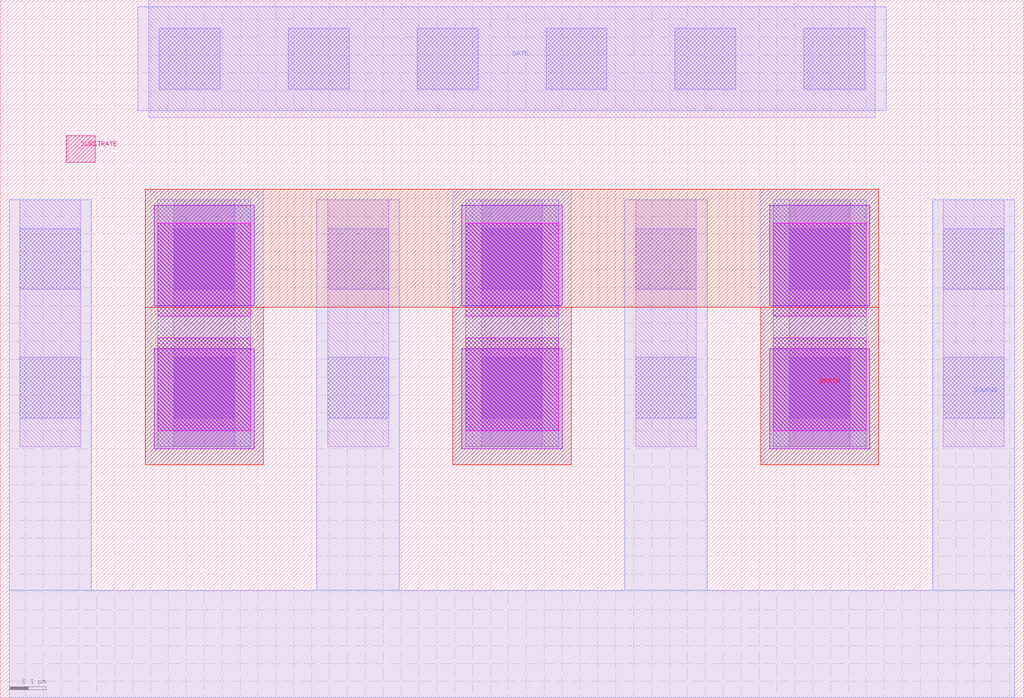
<source format=lef>
# Copyright 2020 The SkyWater PDK Authors
#
# Licensed under the Apache License, Version 2.0 (the "License");
# you may not use this file except in compliance with the License.
# You may obtain a copy of the License at
#
#     https://www.apache.org/licenses/LICENSE-2.0
#
# Unless required by applicable law or agreed to in writing, software
# distributed under the License is distributed on an "AS IS" BASIS,
# WITHOUT WARRANTIES OR CONDITIONS OF ANY KIND, either express or implied.
# See the License for the specific language governing permissions and
# limitations under the License.
#
# SPDX-License-Identifier: Apache-2.0

VERSION 5.7 ;
  NOWIREEXTENSIONATPIN ON ;
  DIVIDERCHAR "/" ;
  BUSBITCHARS "[]" ;
MACRO sky130_fd_pr__rf_nfet_01v8_lvt_aF06W0p84L0p15
  CLASS BLOCK ;
  FOREIGN sky130_fd_pr__rf_nfet_01v8_lvt_aF06W0p84L0p15 ;
  ORIGIN -0.180000  0.445000 ;
  SIZE  2.860000 BY  1.950000 ;
  PIN DRAIN
    ANTENNADIFFAREA  0.705600 ;
    PORT
      LAYER met3 ;
        RECT 0.585000 0.205000 0.915000 0.645000 ;
        RECT 0.585000 0.645000 2.635000 0.975000 ;
        RECT 1.445000 0.205000 1.775000 0.645000 ;
        RECT 2.305000 0.205000 2.635000 0.645000 ;
    END
  END DRAIN
  PIN GATE
    ANTENNAGATEAREA  0.756000 ;
    PORT
      LAYER met1 ;
        RECT 0.565000 1.195000 2.655000 1.485000 ;
    END
  END GATE
  PIN SOURCE
    ANTENNADIFFAREA  0.940800 ;
    PORT
      LAYER met1 ;
        RECT 0.205000 -0.445000 3.015000 -0.145000 ;
        RECT 0.205000 -0.145000 0.435000  0.945000 ;
        RECT 1.065000 -0.145000 1.295000  0.945000 ;
        RECT 1.925000 -0.145000 2.155000  0.945000 ;
        RECT 2.785000 -0.145000 3.015000  0.945000 ;
    END
  END SOURCE
  PIN SUBSTRATE
    PORT
      LAYER pwell ;
        RECT 0.365000 1.050000 0.445000 1.125000 ;
    END
  END SUBSTRATE
  OBS
    LAYER li1 ;
      RECT 0.235000 0.255000 0.405000 0.945000 ;
      RECT 0.595000 1.175000 2.625000 1.505000 ;
      RECT 0.665000 0.255000 0.835000 0.945000 ;
      RECT 1.095000 0.255000 1.265000 0.945000 ;
      RECT 1.525000 0.255000 1.695000 0.945000 ;
      RECT 1.955000 0.255000 2.125000 0.945000 ;
      RECT 2.385000 0.255000 2.555000 0.945000 ;
      RECT 2.815000 0.255000 2.985000 0.945000 ;
    LAYER mcon ;
      RECT 0.235000 0.335000 0.405000 0.505000 ;
      RECT 0.235000 0.695000 0.405000 0.865000 ;
      RECT 0.625000 1.255000 0.795000 1.425000 ;
      RECT 0.665000 0.335000 0.835000 0.505000 ;
      RECT 0.665000 0.695000 0.835000 0.865000 ;
      RECT 0.985000 1.255000 1.155000 1.425000 ;
      RECT 1.095000 0.335000 1.265000 0.505000 ;
      RECT 1.095000 0.695000 1.265000 0.865000 ;
      RECT 1.345000 1.255000 1.515000 1.425000 ;
      RECT 1.525000 0.335000 1.695000 0.505000 ;
      RECT 1.525000 0.695000 1.695000 0.865000 ;
      RECT 1.705000 1.255000 1.875000 1.425000 ;
      RECT 1.955000 0.335000 2.125000 0.505000 ;
      RECT 1.955000 0.695000 2.125000 0.865000 ;
      RECT 2.065000 1.255000 2.235000 1.425000 ;
      RECT 2.385000 0.335000 2.555000 0.505000 ;
      RECT 2.385000 0.695000 2.555000 0.865000 ;
      RECT 2.425000 1.255000 2.595000 1.425000 ;
      RECT 2.815000 0.335000 2.985000 0.505000 ;
      RECT 2.815000 0.695000 2.985000 0.865000 ;
    LAYER met1 ;
      RECT 0.620000 0.255000 0.880000 0.945000 ;
      RECT 1.480000 0.255000 1.740000 0.945000 ;
      RECT 2.340000 0.255000 2.600000 0.945000 ;
    LAYER met2 ;
      RECT 0.585000 0.205000 0.915000 0.975000 ;
      RECT 1.445000 0.205000 1.775000 0.975000 ;
      RECT 2.305000 0.205000 2.635000 0.975000 ;
    LAYER via ;
      RECT 0.620000 0.300000 0.880000 0.560000 ;
      RECT 0.620000 0.620000 0.880000 0.880000 ;
      RECT 1.480000 0.300000 1.740000 0.560000 ;
      RECT 1.480000 0.620000 1.740000 0.880000 ;
      RECT 2.340000 0.300000 2.600000 0.560000 ;
      RECT 2.340000 0.620000 2.600000 0.880000 ;
    LAYER via2 ;
      RECT 0.610000 0.250000 0.890000 0.530000 ;
      RECT 0.610000 0.650000 0.890000 0.930000 ;
      RECT 1.470000 0.250000 1.750000 0.530000 ;
      RECT 1.470000 0.650000 1.750000 0.930000 ;
      RECT 2.330000 0.250000 2.610000 0.530000 ;
      RECT 2.330000 0.650000 2.610000 0.930000 ;
  END
END sky130_fd_pr__rf_nfet_01v8_lvt_aF06W0p84L0p15
END LIBRARY

</source>
